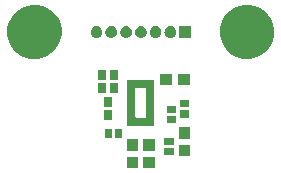
<source format=gbs>
G04 #@! TF.FileFunction,Soldermask,Bot*
%FSLAX46Y46*%
G04 Gerber Fmt 4.6, Leading zero omitted, Abs format (unit mm)*
G04 Created by KiCad (PCBNEW 4.0.1-stable) date 2016 September 01, Thursday 02:04:04*
%MOMM*%
G01*
G04 APERTURE LIST*
%ADD10C,0.100000*%
G04 APERTURE END LIST*
D10*
G36*
X49798780Y-55548080D02*
X48801220Y-55548080D01*
X48801220Y-54550520D01*
X49798780Y-54550520D01*
X49798780Y-55548080D01*
X49798780Y-55548080D01*
G37*
G36*
X51198780Y-55548080D02*
X50201220Y-55548080D01*
X50201220Y-54550520D01*
X51198780Y-54550520D01*
X51198780Y-55548080D01*
X51198780Y-55548080D01*
G37*
G36*
X54175000Y-54550000D02*
X53225000Y-54550000D01*
X53225000Y-53550000D01*
X54175000Y-53550000D01*
X54175000Y-54550000D01*
X54175000Y-54550000D01*
G37*
G36*
X52800000Y-54450000D02*
X52000000Y-54450000D01*
X52000000Y-53850000D01*
X52800000Y-53850000D01*
X52800000Y-54450000D01*
X52800000Y-54450000D01*
G37*
G36*
X49798780Y-54049480D02*
X48801220Y-54049480D01*
X48801220Y-53051920D01*
X49798780Y-53051920D01*
X49798780Y-54049480D01*
X49798780Y-54049480D01*
G37*
G36*
X51198780Y-54049480D02*
X50201220Y-54049480D01*
X50201220Y-53051920D01*
X51198780Y-53051920D01*
X51198780Y-54049480D01*
X51198780Y-54049480D01*
G37*
G36*
X52800000Y-53550000D02*
X52000000Y-53550000D01*
X52000000Y-52950000D01*
X52800000Y-52950000D01*
X52800000Y-53550000D01*
X52800000Y-53550000D01*
G37*
G36*
X54175000Y-53050000D02*
X53225000Y-53050000D01*
X53225000Y-52050000D01*
X54175000Y-52050000D01*
X54175000Y-53050000D01*
X54175000Y-53050000D01*
G37*
G36*
X47550000Y-53000000D02*
X46950000Y-53000000D01*
X46950000Y-52200000D01*
X47550000Y-52200000D01*
X47550000Y-53000000D01*
X47550000Y-53000000D01*
G37*
G36*
X48450000Y-53000000D02*
X47850000Y-53000000D01*
X47850000Y-52200000D01*
X48450000Y-52200000D01*
X48450000Y-53000000D01*
X48450000Y-53000000D01*
G37*
G36*
X51150000Y-51950000D02*
X48850000Y-51950000D01*
X48850000Y-48800000D01*
X49550000Y-48800000D01*
X49550000Y-51200000D01*
X49551980Y-51213930D01*
X49557761Y-51226756D01*
X49566888Y-51237464D01*
X49578636Y-51245206D01*
X49592076Y-51249368D01*
X49600000Y-51250000D01*
X50400000Y-51250000D01*
X50413930Y-51248020D01*
X50426756Y-51242239D01*
X50437464Y-51233112D01*
X50445206Y-51221364D01*
X50449368Y-51207924D01*
X50450000Y-51200000D01*
X50450000Y-48800000D01*
X50448020Y-48786070D01*
X50442239Y-48773244D01*
X50433112Y-48762536D01*
X50421364Y-48754794D01*
X50407924Y-48750632D01*
X50400000Y-48750000D01*
X49600000Y-48750000D01*
X49586070Y-48751980D01*
X49573244Y-48757761D01*
X49562536Y-48766888D01*
X49554794Y-48778636D01*
X49550632Y-48792076D01*
X49550000Y-48800000D01*
X48850000Y-48800000D01*
X48850000Y-48050000D01*
X51150000Y-48050000D01*
X51150000Y-51950000D01*
X51150000Y-51950000D01*
G37*
G36*
X53000000Y-51750000D02*
X52200000Y-51750000D01*
X52200000Y-51150000D01*
X53000000Y-51150000D01*
X53000000Y-51750000D01*
X53000000Y-51750000D01*
G37*
G36*
X47550000Y-51450000D02*
X46850000Y-51450000D01*
X46850000Y-50650000D01*
X47550000Y-50650000D01*
X47550000Y-51450000D01*
X47550000Y-51450000D01*
G37*
G36*
X54100000Y-51250000D02*
X53300000Y-51250000D01*
X53300000Y-50650000D01*
X54100000Y-50650000D01*
X54100000Y-51250000D01*
X54100000Y-51250000D01*
G37*
G36*
X53000000Y-50850000D02*
X52200000Y-50850000D01*
X52200000Y-50250000D01*
X53000000Y-50250000D01*
X53000000Y-50850000D01*
X53000000Y-50850000D01*
G37*
G36*
X54100000Y-50350000D02*
X53300000Y-50350000D01*
X53300000Y-49750000D01*
X54100000Y-49750000D01*
X54100000Y-50350000D01*
X54100000Y-50350000D01*
G37*
G36*
X47550000Y-50350000D02*
X46850000Y-50350000D01*
X46850000Y-49550000D01*
X47550000Y-49550000D01*
X47550000Y-50350000D01*
X47550000Y-50350000D01*
G37*
G36*
X48050000Y-49150000D02*
X47350000Y-49150000D01*
X47350000Y-48350000D01*
X48050000Y-48350000D01*
X48050000Y-49150000D01*
X48050000Y-49150000D01*
G37*
G36*
X47050000Y-49150000D02*
X46350000Y-49150000D01*
X46350000Y-48350000D01*
X47050000Y-48350000D01*
X47050000Y-49150000D01*
X47050000Y-49150000D01*
G37*
G36*
X54150000Y-48475000D02*
X53150000Y-48475000D01*
X53150000Y-47525000D01*
X54150000Y-47525000D01*
X54150000Y-48475000D01*
X54150000Y-48475000D01*
G37*
G36*
X52650000Y-48475000D02*
X51650000Y-48475000D01*
X51650000Y-47525000D01*
X52650000Y-47525000D01*
X52650000Y-48475000D01*
X52650000Y-48475000D01*
G37*
G36*
X47050000Y-48050000D02*
X46350000Y-48050000D01*
X46350000Y-47250000D01*
X47050000Y-47250000D01*
X47050000Y-48050000D01*
X47050000Y-48050000D01*
G37*
G36*
X48050000Y-48050000D02*
X47350000Y-48050000D01*
X47350000Y-47250000D01*
X48050000Y-47250000D01*
X48050000Y-48050000D01*
X48050000Y-48050000D01*
G37*
G36*
X41241578Y-41701530D02*
X41683421Y-41792227D01*
X42099228Y-41967016D01*
X42473170Y-42219242D01*
X42790999Y-42539299D01*
X43040610Y-42914992D01*
X43212489Y-43332006D01*
X43300033Y-43774130D01*
X43300033Y-43774139D01*
X43300099Y-43774473D01*
X43292905Y-44289661D01*
X43292829Y-44289995D01*
X43292829Y-44290007D01*
X43192978Y-44729504D01*
X43009517Y-45141564D01*
X42749516Y-45510139D01*
X42422871Y-45821199D01*
X42042038Y-46062882D01*
X41621508Y-46225996D01*
X41177310Y-46304319D01*
X40726355Y-46294874D01*
X40285817Y-46198015D01*
X39872492Y-46017438D01*
X39502110Y-45760015D01*
X39188780Y-45435552D01*
X38944443Y-45056416D01*
X38778399Y-44637036D01*
X38696974Y-44193387D01*
X38703272Y-43742379D01*
X38797050Y-43301186D01*
X38974741Y-42886604D01*
X39229571Y-42514434D01*
X39551838Y-42198846D01*
X39929262Y-41951867D01*
X40347472Y-41782899D01*
X40790533Y-41698380D01*
X41241578Y-41701530D01*
X41241578Y-41701530D01*
G37*
G36*
X59241578Y-41701530D02*
X59683421Y-41792227D01*
X60099228Y-41967016D01*
X60473170Y-42219242D01*
X60790999Y-42539299D01*
X61040610Y-42914992D01*
X61212489Y-43332006D01*
X61300033Y-43774130D01*
X61300033Y-43774139D01*
X61300099Y-43774473D01*
X61292905Y-44289661D01*
X61292829Y-44289995D01*
X61292829Y-44290007D01*
X61192978Y-44729504D01*
X61009517Y-45141564D01*
X60749516Y-45510139D01*
X60422871Y-45821199D01*
X60042038Y-46062882D01*
X59621508Y-46225996D01*
X59177310Y-46304319D01*
X58726355Y-46294874D01*
X58285817Y-46198015D01*
X57872492Y-46017438D01*
X57502110Y-45760015D01*
X57188780Y-45435552D01*
X56944443Y-45056416D01*
X56778399Y-44637036D01*
X56696974Y-44193387D01*
X56703272Y-43742379D01*
X56797050Y-43301186D01*
X56974741Y-42886604D01*
X57229571Y-42514434D01*
X57551838Y-42198846D01*
X57929262Y-41951867D01*
X58347472Y-41782899D01*
X58790533Y-41698380D01*
X59241578Y-41701530D01*
X59241578Y-41701530D01*
G37*
G36*
X54250000Y-44500000D02*
X53250000Y-44500000D01*
X53250000Y-43500000D01*
X54250000Y-43500000D01*
X54250000Y-44500000D01*
X54250000Y-44500000D01*
G37*
G36*
X46255017Y-43500018D02*
X46259400Y-43500049D01*
X46356375Y-43510926D01*
X46449390Y-43540432D01*
X46534903Y-43587443D01*
X46609655Y-43650168D01*
X46670801Y-43726218D01*
X46716011Y-43812697D01*
X46743563Y-43906309D01*
X46743566Y-43906343D01*
X46743570Y-43906356D01*
X46752410Y-44003488D01*
X46742213Y-44100491D01*
X46742212Y-44100496D01*
X46742207Y-44100539D01*
X46713351Y-44193758D01*
X46666938Y-44279596D01*
X46604736Y-44354785D01*
X46529115Y-44416461D01*
X46442954Y-44462273D01*
X46349536Y-44490478D01*
X46252419Y-44500000D01*
X46247549Y-44500000D01*
X46244983Y-44499982D01*
X46240600Y-44499951D01*
X46143625Y-44489074D01*
X46050610Y-44459568D01*
X45965097Y-44412557D01*
X45890345Y-44349832D01*
X45829199Y-44273782D01*
X45783989Y-44187303D01*
X45756437Y-44093691D01*
X45756434Y-44093657D01*
X45756430Y-44093644D01*
X45747590Y-43996512D01*
X45757787Y-43899509D01*
X45757788Y-43899504D01*
X45757793Y-43899461D01*
X45786649Y-43806242D01*
X45833062Y-43720404D01*
X45895264Y-43645215D01*
X45970885Y-43583539D01*
X46057046Y-43537727D01*
X46150464Y-43509522D01*
X46247581Y-43500000D01*
X46252451Y-43500000D01*
X46255017Y-43500018D01*
X46255017Y-43500018D01*
G37*
G36*
X47505017Y-43500018D02*
X47509400Y-43500049D01*
X47606375Y-43510926D01*
X47699390Y-43540432D01*
X47784903Y-43587443D01*
X47859655Y-43650168D01*
X47920801Y-43726218D01*
X47966011Y-43812697D01*
X47993563Y-43906309D01*
X47993566Y-43906343D01*
X47993570Y-43906356D01*
X48002410Y-44003488D01*
X47992213Y-44100491D01*
X47992212Y-44100496D01*
X47992207Y-44100539D01*
X47963351Y-44193758D01*
X47916938Y-44279596D01*
X47854736Y-44354785D01*
X47779115Y-44416461D01*
X47692954Y-44462273D01*
X47599536Y-44490478D01*
X47502419Y-44500000D01*
X47497549Y-44500000D01*
X47494983Y-44499982D01*
X47490600Y-44499951D01*
X47393625Y-44489074D01*
X47300610Y-44459568D01*
X47215097Y-44412557D01*
X47140345Y-44349832D01*
X47079199Y-44273782D01*
X47033989Y-44187303D01*
X47006437Y-44093691D01*
X47006434Y-44093657D01*
X47006430Y-44093644D01*
X46997590Y-43996512D01*
X47007787Y-43899509D01*
X47007788Y-43899504D01*
X47007793Y-43899461D01*
X47036649Y-43806242D01*
X47083062Y-43720404D01*
X47145264Y-43645215D01*
X47220885Y-43583539D01*
X47307046Y-43537727D01*
X47400464Y-43509522D01*
X47497581Y-43500000D01*
X47502451Y-43500000D01*
X47505017Y-43500018D01*
X47505017Y-43500018D01*
G37*
G36*
X48755017Y-43500018D02*
X48759400Y-43500049D01*
X48856375Y-43510926D01*
X48949390Y-43540432D01*
X49034903Y-43587443D01*
X49109655Y-43650168D01*
X49170801Y-43726218D01*
X49216011Y-43812697D01*
X49243563Y-43906309D01*
X49243566Y-43906343D01*
X49243570Y-43906356D01*
X49252410Y-44003488D01*
X49242213Y-44100491D01*
X49242212Y-44100496D01*
X49242207Y-44100539D01*
X49213351Y-44193758D01*
X49166938Y-44279596D01*
X49104736Y-44354785D01*
X49029115Y-44416461D01*
X48942954Y-44462273D01*
X48849536Y-44490478D01*
X48752419Y-44500000D01*
X48747549Y-44500000D01*
X48744983Y-44499982D01*
X48740600Y-44499951D01*
X48643625Y-44489074D01*
X48550610Y-44459568D01*
X48465097Y-44412557D01*
X48390345Y-44349832D01*
X48329199Y-44273782D01*
X48283989Y-44187303D01*
X48256437Y-44093691D01*
X48256434Y-44093657D01*
X48256430Y-44093644D01*
X48247590Y-43996512D01*
X48257787Y-43899509D01*
X48257788Y-43899504D01*
X48257793Y-43899461D01*
X48286649Y-43806242D01*
X48333062Y-43720404D01*
X48395264Y-43645215D01*
X48470885Y-43583539D01*
X48557046Y-43537727D01*
X48650464Y-43509522D01*
X48747581Y-43500000D01*
X48752451Y-43500000D01*
X48755017Y-43500018D01*
X48755017Y-43500018D01*
G37*
G36*
X50005017Y-43500018D02*
X50009400Y-43500049D01*
X50106375Y-43510926D01*
X50199390Y-43540432D01*
X50284903Y-43587443D01*
X50359655Y-43650168D01*
X50420801Y-43726218D01*
X50466011Y-43812697D01*
X50493563Y-43906309D01*
X50493566Y-43906343D01*
X50493570Y-43906356D01*
X50502410Y-44003488D01*
X50492213Y-44100491D01*
X50492212Y-44100496D01*
X50492207Y-44100539D01*
X50463351Y-44193758D01*
X50416938Y-44279596D01*
X50354736Y-44354785D01*
X50279115Y-44416461D01*
X50192954Y-44462273D01*
X50099536Y-44490478D01*
X50002419Y-44500000D01*
X49997549Y-44500000D01*
X49994983Y-44499982D01*
X49990600Y-44499951D01*
X49893625Y-44489074D01*
X49800610Y-44459568D01*
X49715097Y-44412557D01*
X49640345Y-44349832D01*
X49579199Y-44273782D01*
X49533989Y-44187303D01*
X49506437Y-44093691D01*
X49506434Y-44093657D01*
X49506430Y-44093644D01*
X49497590Y-43996512D01*
X49507787Y-43899509D01*
X49507788Y-43899504D01*
X49507793Y-43899461D01*
X49536649Y-43806242D01*
X49583062Y-43720404D01*
X49645264Y-43645215D01*
X49720885Y-43583539D01*
X49807046Y-43537727D01*
X49900464Y-43509522D01*
X49997581Y-43500000D01*
X50002451Y-43500000D01*
X50005017Y-43500018D01*
X50005017Y-43500018D01*
G37*
G36*
X51255017Y-43500018D02*
X51259400Y-43500049D01*
X51356375Y-43510926D01*
X51449390Y-43540432D01*
X51534903Y-43587443D01*
X51609655Y-43650168D01*
X51670801Y-43726218D01*
X51716011Y-43812697D01*
X51743563Y-43906309D01*
X51743566Y-43906343D01*
X51743570Y-43906356D01*
X51752410Y-44003488D01*
X51742213Y-44100491D01*
X51742212Y-44100496D01*
X51742207Y-44100539D01*
X51713351Y-44193758D01*
X51666938Y-44279596D01*
X51604736Y-44354785D01*
X51529115Y-44416461D01*
X51442954Y-44462273D01*
X51349536Y-44490478D01*
X51252419Y-44500000D01*
X51247549Y-44500000D01*
X51244983Y-44499982D01*
X51240600Y-44499951D01*
X51143625Y-44489074D01*
X51050610Y-44459568D01*
X50965097Y-44412557D01*
X50890345Y-44349832D01*
X50829199Y-44273782D01*
X50783989Y-44187303D01*
X50756437Y-44093691D01*
X50756434Y-44093657D01*
X50756430Y-44093644D01*
X50747590Y-43996512D01*
X50757787Y-43899509D01*
X50757788Y-43899504D01*
X50757793Y-43899461D01*
X50786649Y-43806242D01*
X50833062Y-43720404D01*
X50895264Y-43645215D01*
X50970885Y-43583539D01*
X51057046Y-43537727D01*
X51150464Y-43509522D01*
X51247581Y-43500000D01*
X51252451Y-43500000D01*
X51255017Y-43500018D01*
X51255017Y-43500018D01*
G37*
G36*
X52505017Y-43500018D02*
X52509400Y-43500049D01*
X52606375Y-43510926D01*
X52699390Y-43540432D01*
X52784903Y-43587443D01*
X52859655Y-43650168D01*
X52920801Y-43726218D01*
X52966011Y-43812697D01*
X52993563Y-43906309D01*
X52993566Y-43906343D01*
X52993570Y-43906356D01*
X53002410Y-44003488D01*
X52992213Y-44100491D01*
X52992212Y-44100496D01*
X52992207Y-44100539D01*
X52963351Y-44193758D01*
X52916938Y-44279596D01*
X52854736Y-44354785D01*
X52779115Y-44416461D01*
X52692954Y-44462273D01*
X52599536Y-44490478D01*
X52502419Y-44500000D01*
X52497549Y-44500000D01*
X52494983Y-44499982D01*
X52490600Y-44499951D01*
X52393625Y-44489074D01*
X52300610Y-44459568D01*
X52215097Y-44412557D01*
X52140345Y-44349832D01*
X52079199Y-44273782D01*
X52033989Y-44187303D01*
X52006437Y-44093691D01*
X52006434Y-44093657D01*
X52006430Y-44093644D01*
X51997590Y-43996512D01*
X52007787Y-43899509D01*
X52007788Y-43899504D01*
X52007793Y-43899461D01*
X52036649Y-43806242D01*
X52083062Y-43720404D01*
X52145264Y-43645215D01*
X52220885Y-43583539D01*
X52307046Y-43537727D01*
X52400464Y-43509522D01*
X52497581Y-43500000D01*
X52502451Y-43500000D01*
X52505017Y-43500018D01*
X52505017Y-43500018D01*
G37*
M02*

</source>
